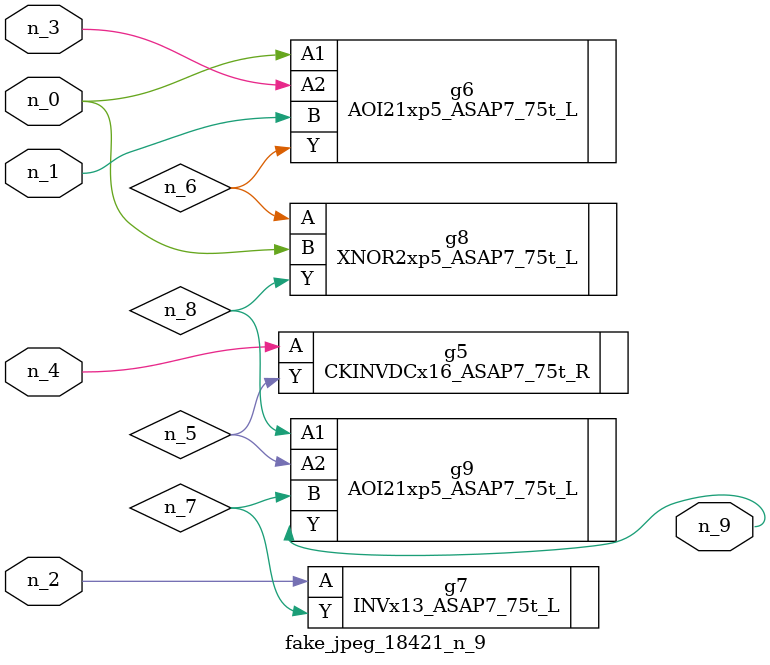
<source format=v>
module fake_jpeg_18421_n_9 (n_3, n_2, n_1, n_0, n_4, n_9);

input n_3;
input n_2;
input n_1;
input n_0;
input n_4;

output n_9;

wire n_8;
wire n_6;
wire n_5;
wire n_7;

CKINVDCx16_ASAP7_75t_R g5 ( 
.A(n_4),
.Y(n_5)
);

AOI21xp5_ASAP7_75t_L g6 ( 
.A1(n_0),
.A2(n_3),
.B(n_1),
.Y(n_6)
);

INVx13_ASAP7_75t_L g7 ( 
.A(n_2),
.Y(n_7)
);

XNOR2xp5_ASAP7_75t_L g8 ( 
.A(n_6),
.B(n_0),
.Y(n_8)
);

AOI21xp5_ASAP7_75t_L g9 ( 
.A1(n_8),
.A2(n_5),
.B(n_7),
.Y(n_9)
);


endmodule
</source>
